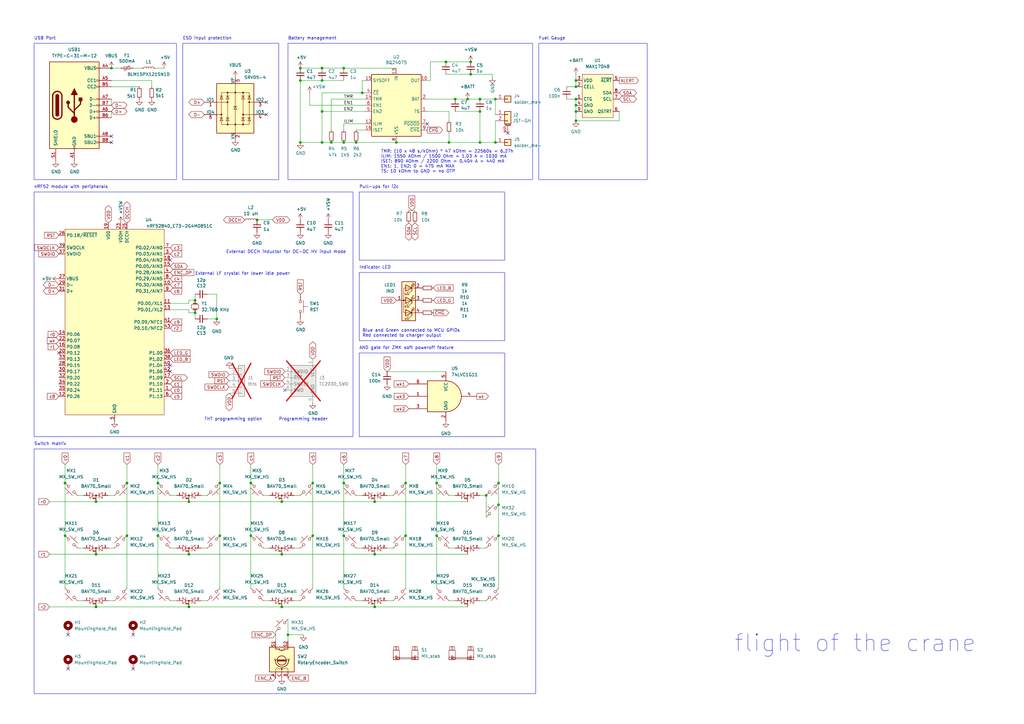
<source format=kicad_sch>
(kicad_sch (version 20230121) (generator eeschema)
  (paper "A3")
  (junction (at 26.67 219.71))
  (junction (at 140.97 219.71))
  (junction (at 236.22 33.02))
  (junction (at 186.69 40.64))
  (junction (at 203.2 40.64))
  (junction (at 236.22 40.64))
  (junction (at 39.37 227.33))
  (junction (at 236.22 45.72))
  (junction (at 115.57 205.74))
  (junction (at 179.07 219.71))
  (junction (at 193.04 25.4))
  (junction (at 196.85 45.72))
  (junction (at 166.37 219.71))
  (junction (at 77.47 227.33))
  (junction (at 26.67 198.12))
  (junction (at 118.11 260.35))
  (junction (at 153.67 248.92))
  (junction (at 80.01 123.19))
  (junction (at 204.47 198.12))
  (junction (at 77.47 248.92))
  (junction (at 203.2 58.42))
  (junction (at 148.59 38.1))
  (junction (at 39.37 205.74))
  (junction (at 132.08 33.02))
  (junction (at 204.47 207.01))
  (junction (at 123.19 33.02))
  (junction (at 140.97 58.42) (diameter 0.9144))
  (junction (at 128.27 219.71))
  (junction (at 52.07 219.71))
  (junction (at 132.08 45.72) (diameter 0.9144))
  (junction (at 153.67 205.74))
  (junction (at 166.37 198.12))
  (junction (at 102.87 219.71))
  (junction (at 123.19 27.94))
  (junction (at 236.22 43.18))
  (junction (at 88.9 130.81))
  (junction (at 39.37 248.92))
  (junction (at 140.97 198.12))
  (junction (at 45.72 27.94))
  (junction (at 102.87 198.12))
  (junction (at 123.19 58.42) (diameter 0.9144))
  (junction (at 140.97 27.94))
  (junction (at 179.07 198.12))
  (junction (at 193.04 30.48) (diameter 0.9144))
  (junction (at 184.15 58.42))
  (junction (at 115.57 227.33))
  (junction (at 77.47 205.74))
  (junction (at 128.27 198.12))
  (junction (at 199.39 203.2))
  (junction (at 191.77 40.64))
  (junction (at 162.56 58.42) (diameter 0.9144))
  (junction (at 153.67 227.33))
  (junction (at 135.89 58.42) (diameter 0.9144))
  (junction (at 196.85 40.64))
  (junction (at 132.08 27.94))
  (junction (at 90.17 198.12))
  (junction (at 80.01 128.27))
  (junction (at 132.08 58.42) (diameter 0.9144))
  (junction (at 236.22 49.53))
  (junction (at 64.77 219.71))
  (junction (at 236.22 35.56))
  (junction (at 146.05 58.42) (diameter 0.9144))
  (junction (at 182.88 25.4) (diameter 0.9144))
  (junction (at 196.85 58.42))
  (junction (at 52.07 198.12))
  (junction (at 115.57 248.92))
  (junction (at 90.17 219.71))
  (junction (at 204.47 219.71))
  (junction (at 64.77 198.12))
  (junction (at 105.41 90.17))
  (no_connect (at 24.13 144.78))
  (no_connect (at 175.26 50.8))
  (no_connect (at 109.22 41.91))
  (no_connect (at 69.85 106.68))
  (no_connect (at 208.28 54.61))
  (no_connect (at 45.72 55.88))
  (no_connect (at 116.84 160.02))
  (no_connect (at 69.85 149.86))
  (no_connect (at 45.72 58.42))
  (no_connect (at 54.61 274.32))
  (no_connect (at 69.85 152.4))
  (no_connect (at 27.94 260.35))
  (no_connect (at 27.94 274.32))
  (no_connect (at 109.22 46.99))
  (no_connect (at 54.61 260.35))
  (wire (pts (xy 20.32 248.92) (xy 39.37 248.92)))
  (wire (pts (xy 115.57 248.92) (xy 153.67 248.92)))
  (wire (pts (xy 72.39 224.79) (xy 69.85 224.79)))
  (wire (pts (xy 127 43.18) (xy 149.86 43.18)))
  (wire (pts (xy 140.97 50.8) (xy 149.86 50.8)))
  (wire (pts (xy 176.53 33.02) (xy 175.26 33.02)))
  (wire (pts (xy 254 49.53) (xy 236.22 49.53)))
  (wire (pts (xy 113.03 259.08) (xy 113.03 262.89)))
  (wire (pts (xy 34.29 246.38) (xy 31.75 246.38)))
  (wire (pts (xy 77.47 124.46) (xy 77.47 123.19)))
  (wire (pts (xy 120.65 203.2) (xy 123.19 203.2)))
  (wire (pts (xy 184.15 49.53) (xy 184.15 45.72)))
  (wire (pts (xy 82.55 203.2) (xy 85.09 203.2)))
  (wire (pts (xy 26.67 190.5) (xy 26.67 198.12)))
  (wire (pts (xy 204.47 190.5) (xy 204.47 198.12)))
  (wire (pts (xy 82.55 224.79) (xy 85.09 224.79)))
  (wire (pts (xy 82.55 246.38) (xy 85.09 246.38)))
  (wire (pts (xy 179.07 219.71) (xy 179.07 241.3)))
  (wire (pts (xy 52.07 190.5) (xy 52.07 198.12)))
  (wire (pts (xy 77.47 248.92) (xy 115.57 248.92)))
  (wire (pts (xy 52.07 198.12) (xy 52.07 219.71)))
  (wire (pts (xy 146.05 53.34) (xy 149.86 53.34)))
  (wire (pts (xy 69.85 124.46) (xy 77.47 124.46)))
  (wire (pts (xy 199.39 203.2) (xy 199.39 212.09)))
  (wire (pts (xy 203.2 49.53) (xy 203.2 58.42)))
  (wire (pts (xy 232.41 35.56) (xy 236.22 35.56)))
  (wire (pts (xy 140.97 58.42) (xy 146.05 58.42)))
  (wire (pts (xy 110.49 246.38) (xy 107.95 246.38)))
  (wire (pts (xy 90.17 190.5) (xy 90.17 198.12)))
  (wire (pts (xy 203.2 40.64) (xy 203.2 46.99)))
  (wire (pts (xy 140.97 219.71) (xy 140.97 241.3)))
  (wire (pts (xy 158.75 224.79) (xy 161.29 224.79)))
  (wire (pts (xy 52.07 219.71) (xy 52.07 241.3)))
  (wire (pts (xy 80.01 128.27) (xy 80.01 130.81)))
  (wire (pts (xy 118.11 260.35) (xy 118.11 262.89)))
  (wire (pts (xy 162.56 58.42) (xy 184.15 58.42)))
  (wire (pts (xy 166.37 219.71) (xy 166.37 241.3)))
  (wire (pts (xy 182.88 25.4) (xy 193.04 25.4)))
  (wire (pts (xy 45.72 27.94) (xy 49.53 27.94)))
  (wire (pts (xy 166.37 190.5) (xy 166.37 198.12)))
  (wire (pts (xy 128.27 198.12) (xy 128.27 219.71)))
  (wire (pts (xy 69.85 127) (xy 77.47 127)))
  (wire (pts (xy 196.85 58.42) (xy 196.85 45.72)))
  (wire (pts (xy 44.45 246.38) (xy 46.99 246.38)))
  (wire (pts (xy 148.59 38.1) (xy 149.86 38.1)))
  (wire (pts (xy 201.93 30.48) (xy 193.04 30.48)))
  (wire (pts (xy 45.72 35.56) (xy 57.15 35.56)))
  (wire (pts (xy 102.87 219.71) (xy 102.87 241.3)))
  (wire (pts (xy 140.97 198.12) (xy 140.97 219.71)))
  (wire (pts (xy 158.75 203.2) (xy 161.29 203.2)))
  (wire (pts (xy 132.08 38.1) (xy 148.59 38.1)))
  (wire (pts (xy 236.22 43.18) (xy 236.22 45.72)))
  (wire (pts (xy 72.39 203.2) (xy 69.85 203.2)))
  (wire (pts (xy 184.15 54.61) (xy 184.15 58.42)))
  (wire (pts (xy 196.85 40.64) (xy 203.2 40.64)))
  (wire (pts (xy 166.37 198.12) (xy 166.37 219.71)))
  (wire (pts (xy 148.59 246.38) (xy 146.05 246.38)))
  (wire (pts (xy 115.57 205.74) (xy 153.67 205.74)))
  (wire (pts (xy 20.32 227.33) (xy 39.37 227.33)))
  (wire (pts (xy 120.65 246.38) (xy 123.19 246.38)))
  (wire (pts (xy 123.19 58.42) (xy 132.08 58.42)))
  (wire (pts (xy 77.47 123.19) (xy 80.01 123.19)))
  (wire (pts (xy 54.61 27.94) (xy 58.42 27.94)))
  (wire (pts (xy 123.19 27.94) (xy 132.08 27.94)))
  (wire (pts (xy 179.07 198.12) (xy 179.07 219.71)))
  (wire (pts (xy 105.41 90.17) (xy 111.76 90.17)))
  (wire (pts (xy 186.69 224.79) (xy 184.15 224.79)))
  (wire (pts (xy 39.37 205.74) (xy 77.47 205.74)))
  (wire (pts (xy 45.72 45.72) (xy 45.72 48.26)))
  (wire (pts (xy 135.89 40.64) (xy 135.89 53.34)))
  (wire (pts (xy 204.47 198.12) (xy 204.47 207.01)))
  (wire (pts (xy 123.19 58.42) (xy 123.19 33.02)))
  (wire (pts (xy 115.57 227.33) (xy 153.67 227.33)))
  (wire (pts (xy 44.45 224.79) (xy 46.99 224.79)))
  (wire (pts (xy 186.69 246.38) (xy 184.15 246.38)))
  (wire (pts (xy 236.22 45.72) (xy 236.22 49.53)))
  (wire (pts (xy 26.67 219.71) (xy 26.67 241.3)))
  (wire (pts (xy 135.89 40.64) (xy 149.86 40.64)))
  (wire (pts (xy 72.39 246.38) (xy 69.85 246.38)))
  (wire (pts (xy 236.22 33.02) (xy 236.22 35.56)))
  (wire (pts (xy 77.47 128.27) (xy 80.01 128.27)))
  (wire (pts (xy 254 45.72) (xy 254 49.53)))
  (wire (pts (xy 90.17 198.12) (xy 90.17 219.71)))
  (wire (pts (xy 123.19 33.02) (xy 132.08 33.02)))
  (wire (pts (xy 77.47 227.33) (xy 115.57 227.33)))
  (wire (pts (xy 201.93 31.75) (xy 201.93 30.48)))
  (wire (pts (xy 39.37 248.92) (xy 77.47 248.92)))
  (wire (pts (xy 158.75 246.38) (xy 161.29 246.38)))
  (wire (pts (xy 149.86 33.02) (xy 148.59 33.02)))
  (wire (pts (xy 64.77 198.12) (xy 64.77 219.71)))
  (wire (pts (xy 184.15 58.42) (xy 196.85 58.42)))
  (wire (pts (xy 186.69 45.72) (xy 196.85 45.72)))
  (wire (pts (xy 196.85 224.79) (xy 199.39 224.79)))
  (wire (pts (xy 167.64 86.36) (xy 170.18 86.36)))
  (wire (pts (xy 128.27 190.5) (xy 128.27 198.12)))
  (wire (pts (xy 63.5 27.94) (xy 67.31 27.94)))
  (wire (pts (xy 85.09 120.65) (xy 88.9 120.65)))
  (wire (pts (xy 80.01 120.65) (xy 80.01 123.19)))
  (wire (pts (xy 158.75 152.4) (xy 182.88 152.4)))
  (wire (pts (xy 64.77 219.71) (xy 64.77 241.3)))
  (wire (pts (xy 153.67 205.74) (xy 191.77 205.74)))
  (wire (pts (xy 175.26 45.72) (xy 184.15 45.72)))
  (wire (pts (xy 140.97 27.94) (xy 162.56 27.94)))
  (wire (pts (xy 110.49 224.79) (xy 107.95 224.79)))
  (wire (pts (xy 62.23 33.02) (xy 62.23 35.56)))
  (wire (pts (xy 45.72 43.18) (xy 45.72 40.64)))
  (wire (pts (xy 132.08 45.72) (xy 132.08 58.42)))
  (wire (pts (xy 176.53 25.4) (xy 176.53 33.02)))
  (wire (pts (xy 175.26 40.64) (xy 186.69 40.64)))
  (wire (pts (xy 153.67 227.33) (xy 191.77 227.33)))
  (wire (pts (xy 146.05 58.42) (xy 162.56 58.42)))
  (wire (pts (xy 148.59 33.02) (xy 148.59 38.1)))
  (wire (pts (xy 232.41 40.64) (xy 236.22 40.64)))
  (wire (pts (xy 118.11 260.35) (xy 124.46 260.35)))
  (wire (pts (xy 148.59 203.2) (xy 146.05 203.2)))
  (wire (pts (xy 127 43.18) (xy 127 38.1)))
  (wire (pts (xy 85.09 130.81) (xy 88.9 130.81)))
  (wire (pts (xy 140.97 50.8) (xy 140.97 53.34)))
  (wire (pts (xy 191.77 40.64) (xy 196.85 40.64)))
  (wire (pts (xy 153.67 248.92) (xy 191.77 248.92)))
  (wire (pts (xy 64.77 190.5) (xy 64.77 198.12)))
  (wire (pts (xy 39.37 227.33) (xy 77.47 227.33)))
  (wire (pts (xy 140.97 190.5) (xy 140.97 198.12)))
  (wire (pts (xy 34.29 203.2) (xy 31.75 203.2)))
  (wire (pts (xy 90.17 219.71) (xy 90.17 241.3)))
  (wire (pts (xy 176.53 25.4) (xy 182.88 25.4)))
  (wire (pts (xy 102.87 190.5) (xy 102.87 198.12)))
  (wire (pts (xy 110.49 203.2) (xy 107.95 203.2)))
  (wire (pts (xy 77.47 127) (xy 77.47 128.27)))
  (wire (pts (xy 179.07 190.5) (xy 179.07 198.12)))
  (wire (pts (xy 45.72 33.02) (xy 62.23 33.02)))
  (wire (pts (xy 182.88 30.48) (xy 193.04 30.48)))
  (wire (pts (xy 236.22 30.48) (xy 236.22 33.02)))
  (wire (pts (xy 77.47 205.74) (xy 115.57 205.74)))
  (wire (pts (xy 196.85 246.38) (xy 199.39 246.38)))
  (wire (pts (xy 26.67 198.12) (xy 26.67 219.71)))
  (wire (pts (xy 204.47 219.71) (xy 204.47 241.3)))
  (wire (pts (xy 128.27 219.71) (xy 128.27 241.3)))
  (wire (pts (xy 102.87 198.12) (xy 102.87 219.71)))
  (wire (pts (xy 186.69 203.2) (xy 184.15 203.2)))
  (wire (pts (xy 236.22 40.64) (xy 236.22 43.18)))
  (wire (pts (xy 186.69 40.64) (xy 191.77 40.64)))
  (wire (pts (xy 44.45 203.2) (xy 46.99 203.2)))
  (wire (pts (xy 132.08 58.42) (xy 135.89 58.42)))
  (wire (pts (xy 132.08 33.02) (xy 140.97 33.02)))
  (wire (pts (xy 34.29 224.79) (xy 31.75 224.79)))
  (wire (pts (xy 148.59 224.79) (xy 146.05 224.79)))
  (wire (pts (xy 20.32 205.74) (xy 39.37 205.74)))
  (wire (pts (xy 120.65 224.79) (xy 123.19 224.79)))
  (wire (pts (xy 118.11 254) (xy 118.11 260.35)))
  (wire (pts (xy 132.08 27.94) (xy 140.97 27.94)))
  (wire (pts (xy 196.85 58.42) (xy 203.2 58.42)))
  (wire (pts (xy 132.08 45.72) (xy 149.86 45.72)))
  (wire (pts (xy 196.85 203.2) (xy 199.39 203.2)))
  (wire (pts (xy 88.9 120.65) (xy 88.9 130.81)))
  (wire (pts (xy 135.89 58.42) (xy 140.97 58.42)))
  (wire (pts (xy 204.47 207.01) (xy 204.47 219.71)))
  (wire (pts (xy 132.08 38.1) (xy 132.08 45.72)))
  (rectangle (start 13.97 184.15) (end 219.71 284.48))
  (rectangle (start 147.32 111.76) (end 207.01 139.7))
  (rectangle (start 13.97 78.74) (end 144.78 179.07))
  (rectangle (start 13.97 17.78) (end 72.39 73.66))
  (rectangle (start 118.11 17.78) (end 218.44 73.66))
  (rectangle (start 74.93 17.78) (end 114.3 73.66))
  (rectangle (start 147.32 78.74) (end 207.01 106.68))
  (rectangle (start 220.98 17.78) (end 265.43 73.66))
  (rectangle (start 147.32 144.78) (end 207.01 179.07))
  (text "nRF52 module with peripherals" (at 13.97 77.47 0) (effects (font (size 1.27 1.27)) (justify left bottom)))
  (text "flight of the crane" (at 300.99 267.97 0) (effects (font (size 7 7)) (justify left bottom)))
  (text "Fuel Gauge" (at 220.98 16.51 0) (effects (font (size 1.27 1.27)) (justify left bottom)))
  (text "Indicator LED" (at 147.32 110.49 0) (effects (font (size 1.27 1.27)) (justify left bottom)))
  (text "AND gate for ZMK soft poweroff feature" (at 147.32 143.51 0) (effects (font (size 1.27 1.27)) (justify left bottom)))
  (text "Programming header" (at 114.3 172.72 0) (effects (font (size 1.27 1.27)) (justify left bottom)))
  (text "External LF crystal for lower idle power" (at 80.01 113.03 0) (effects (font (size 1.27 1.27)) (justify left bottom)))
  (text "USB Port" (at 13.97 16.51 0) (effects (font (size 1.27 1.27)) (justify left bottom)))
  (text "ESD input protection" (at 74.93 16.51 0) (effects (font (size 1.27 1.27)) (justify left bottom)))
  (text "TMR: (10 x 48 s/kOhm) * 47 kOhm = 22560s = 6.27h\nILIM: 1550 AOhm / 1500 Ohm = 1.03 A = 1030 mA\nISET: 890 AOhm / 2200 Ohm = 0.404 A = 440 mA\nEN1: 1, EN2: 0 = 475 mA MAX\nTS: 10 kOhm to GND = no OTP" (at 156.21 71.12 0) (effects (font (size 1.27 1.27)) (justify left bottom)))
  (text "External DCCH inductor for DC-DC HV input mode" (at 92.71 104.14 0) (effects (font (size 1.27 1.27)) (justify left bottom)))
  (text "THT programming option" (at 83.82 172.72 0) (effects (font (size 1.27 1.27)) (justify left bottom)))
  (text "Pull-ups for i2c" (at 147.32 77.47 0) (effects (font (size 1.27 1.27)) (justify left bottom)))
  (text "Battery management" (at 118.11 16.51 0) (effects (font (size 1.27 1.27)) (justify left bottom)))
  (text "Switch matrix" (at 13.97 182.88 0) (effects (font (size 1.27 1.27)) (justify left bottom)))
  (text "Blue and Green connected to MCU GPIOs\nRed connected to charger output" (at 148.59 138.43 0) (effects (font (size 1.27 1.27)) (justify left bottom)))
  (label "TMR" (at 140.97 40.64 0))
  (label "ILIM" (at 140.97 50.8 0))
  (label "EN2" (at 140.97 45.72 0))
  (label "EN1" (at 140.97 43.18 0))
  (global_label "c0" (shape input) (at 26.67 190.5 90) (property "Intersheetrefs" "${INTERSHEET_REFS}" (effects hide)))
  (global_label "r0" (shape input) (at 24.13 137.16 180) (property "Intersheetrefs" "${INTERSHEET_REFS}" (effects hide)))
  (global_label "LED_B" (shape input) (at 177.8 118.11 0) (property "Intersheetrefs" "${INTERSHEET_REFS}" (effects hide)))
  (global_label "SCL" (shape bidirectional) (at 170.18 91.44 270) (property "Intersheetrefs" "${INTERSHEET_REFS}" (effects hide)))
  (global_label "VDD" (shape bidirectional) (at 44.45 91.44 90) (property "Intersheetrefs" "${INTERSHEET_REFS}" (effects hide)))
  (global_label "ENC_A" (shape input) (at 113.03 278.13 180) (property "Intersheetrefs" "${INTERSHEET_REFS}" (effects hide)))
  (global_label "D+" (shape bidirectional) (at 83.82 41.91 180) (property "Intersheetrefs" "${INTERSHEET_REFS}" (effects hide)))
  (global_label "D+" (shape bidirectional) (at 24.13 119.38 180) (property "Intersheetrefs" "${INTERSHEET_REFS}" (effects hide)))
  (global_label "c3" (shape input) (at 69.85 101.6 0) (property "Intersheetrefs" "${INTERSHEET_REFS}" (effects hide)))
  (global_label "RST" (shape input) (at 93.98 156.21 180) (property "Intersheetrefs" "${INTERSHEET_REFS}" (effects hide)))
  (global_label "RST" (shape input) (at 123.19 120.65 90) (property "Intersheetrefs" "${INTERSHEET_REFS}" (effects hide)))
  (global_label "VDD" (shape bidirectional) (at 111.76 90.17 0) (property "Intersheetrefs" "${INTERSHEET_REFS}" (effects hide)))
  (global_label "c2" (shape input) (at 64.77 190.5 90) (property "Intersheetrefs" "${INTERSHEET_REFS}" (effects hide)))
  (global_label "r1" (shape input) (at 20.32 227.33 180) (property "Intersheetrefs" "${INTERSHEET_REFS}" (effects hide)))
  (global_label "c7" (shape input) (at 69.85 116.84 0) (property "Intersheetrefs" "${INTERSHEET_REFS}" (effects hide)))
  (global_label "D+" (shape bidirectional) (at 45.72 45.72 0) (property "Intersheetrefs" "${INTERSHEET_REFS}" (effects hide)))
  (global_label "SCL" (shape bidirectional) (at 254 40.64 0) (property "Intersheetrefs" "${INTERSHEET_REFS}" (effects hide)))
  (global_label "D-" (shape bidirectional) (at 45.72 43.18 0) (property "Intersheetrefs" "${INTERSHEET_REFS}" (effects hide)))
  (global_label "wk" (shape input) (at 24.13 139.7 180) (property "Intersheetrefs" "${INTERSHEET_REFS}" (effects hide)))
  (global_label "wk1" (shape input) (at 167.64 157.48 180) (property "Intersheetrefs" "${INTERSHEET_REFS}" (effects hide)))
  (global_label "VDD" (shape input) (at 162.56 123.19 180) (property "Intersheetrefs" "${INTERSHEET_REFS}" (effects hide)))
  (global_label "c1" (shape input) (at 69.85 157.48 0) (property "Intersheetrefs" "${INTERSHEET_REFS}" (effects hide)))
  (global_label "DCCH" (shape bidirectional) (at 52.07 91.44 90) (property "Intersheetrefs" "${INTERSHEET_REFS}" (effects hide)))
  (global_label "VDD" (shape input) (at 168.91 86.36 90) (property "Intersheetrefs" "${INTERSHEET_REFS}" (effects hide)))
  (global_label "SCL" (shape bidirectional) (at 69.85 154.94 0) (property "Intersheetrefs" "${INTERSHEET_REFS}" (effects hide)))
  (global_label "c3" (shape input) (at 90.17 190.5 90) (property "Intersheetrefs" "${INTERSHEET_REFS}" (effects hide)))
  (global_label "ALERT" (shape output) (at 254 33.02 0) (property "Intersheetrefs" "${INTERSHEET_REFS}" (effects hide)))
  (global_label "SWDCLK" (shape input) (at 24.13 101.6 180) (property "Intersheetrefs" "${INTERSHEET_REFS}" (effects hide)))
  (global_label "wk2" (shape input) (at 167.64 167.64 180) (property "Intersheetrefs" "${INTERSHEET_REFS}" (effects hide)))
  (global_label "wk3" (shape input) (at 167.64 162.56 180) (property "Intersheetrefs" "${INTERSHEET_REFS}" (effects hide)))
  (global_label "LED_G" (shape input) (at 69.85 144.78 0) (property "Intersheetrefs" "${INTERSHEET_REFS}" (effects hide)))
  (global_label "~{CHG}" (shape output) (at 175.26 53.34 0) (property "Intersheetrefs" "${INTERSHEET_REFS}" (effects hide)))
  (global_label "SDA" (shape bidirectional) (at 167.64 91.44 270) (property "Intersheetrefs" "${INTERSHEET_REFS}" (effects hide)))
  (global_label "c8" (shape input) (at 24.13 162.56 180) (property "Intersheetrefs" "${INTERSHEET_REFS}" (effects hide)))
  (global_label "D-" (shape bidirectional) (at 24.13 116.84 180) (property "Intersheetrefs" "${INTERSHEET_REFS}" (effects hide)))
  (global_label "LED_B" (shape input) (at 69.85 147.32 0) (property "Intersheetrefs" "${INTERSHEET_REFS}" (effects hide)))
  (global_label "ENC_DP" (shape input) (at 113.03 260.35 180) (property "Intersheetrefs" "${INTERSHEET_REFS}" (effects hide)))
  (global_label "D-" (shape bidirectional) (at 83.82 46.99 180) (property "Intersheetrefs" "${INTERSHEET_REFS}" (effects hide)))
  (global_label "DCCH" (shape bidirectional) (at 100.33 90.17 180) (property "Intersheetrefs" "${INTERSHEET_REFS}" (effects hide)))
  (global_label "c5" (shape input) (at 69.85 162.56 0) (property "Intersheetrefs" "${INTERSHEET_REFS}" (effects hide)))
  (global_label "RST" (shape input) (at 24.13 96.52 180) (property "Intersheetrefs" "${INTERSHEET_REFS}" (effects hide)))
  (global_label "SWDCLK" (shape input) (at 116.84 157.48 180) (property "Intersheetrefs" "${INTERSHEET_REFS}" (effects hide)))
  (global_label "VDD" (shape input) (at 158.75 152.4 90) (property "Intersheetrefs" "${INTERSHEET_REFS}" (effects hide)))
  (global_label "c4" (shape input) (at 102.87 190.5 90) (property "Intersheetrefs" "${INTERSHEET_REFS}" (effects hide)))
  (global_label "r0" (shape input) (at 20.32 205.74 180) (property "Intersheetrefs" "${INTERSHEET_REFS}" (effects hide)))
  (global_label "c0" (shape input) (at 69.85 160.02 0) (property "Intersheetrefs" "${INTERSHEET_REFS}" (effects hide)))
  (global_label "ENC_DP" (shape input) (at 69.85 111.76 0) (property "Intersheetrefs" "${INTERSHEET_REFS}" (effects hide)))
  (global_label "c6" (shape input) (at 69.85 119.38 0) (property "Intersheetrefs" "${INTERSHEET_REFS}" (effects hide)))
  (global_label "SDA" (shape bidirectional) (at 254 38.1 0) (property "Intersheetrefs" "${INTERSHEET_REFS}" (effects hide)))
  (global_label "r1" (shape input) (at 24.13 142.24 180) (property "Intersheetrefs" "${INTERSHEET_REFS}" (effects hide)))
  (global_label "SDA" (shape bidirectional) (at 69.85 109.22 0) (property "Intersheetrefs" "${INTERSHEET_REFS}" (effects hide)))
  (global_label "c9" (shape input) (at 69.85 132.08 0) (property "Intersheetrefs" "${INTERSHEET_REFS}" (effects hide)))
  (global_label "c7" (shape input) (at 166.37 190.5 90) (property "Intersheetrefs" "${INTERSHEET_REFS}" (effects hide)))
  (global_label "SWDIO" (shape input) (at 116.84 152.4 180) (property "Intersheetrefs" "${INTERSHEET_REFS}" (effects hide)))
  (global_label "RST" (shape input) (at 116.84 154.94 180) (property "Intersheetrefs" "${INTERSHEET_REFS}" (effects hide)))
  (global_label "SWDIO" (shape input) (at 24.13 104.14 180) (property "Intersheetrefs" "${INTERSHEET_REFS}" (effects hide)))
  (global_label "VDD" (shape bidirectional) (at 128.27 147.32 90) (property "Intersheetrefs" "${INTERSHEET_REFS}" (effects hide)))
  (global_label "c8" (shape input) (at 179.07 190.5 90) (property "Intersheetrefs" "${INTERSHEET_REFS}" (effects hide)))
  (global_label "c6" (shape input) (at 140.97 190.5 90) (property "Intersheetrefs" "${INTERSHEET_REFS}" (effects hide)))
  (global_label "wk" (shape output) (at 195.58 162.56 0) (property "Intersheetrefs" "${INTERSHEET_REFS}" (effects hide)))
  (global_label "SWDCLK" (shape input) (at 93.98 158.75 180) (property "Intersheetrefs" "${INTERSHEET_REFS}" (effects hide)))
  (global_label "c4" (shape input) (at 69.85 114.3 0) (property "Intersheetrefs" "${INTERSHEET_REFS}" (effects hide)))
  (global_label "VDD" (shape bidirectional) (at 93.98 161.29 270) (property "Intersheetrefs" "${INTERSHEET_REFS}" (effects hide)))
  (global_label "r2" (shape input) (at 69.85 134.62 0) (property "Intersheetrefs" "${INTERSHEET_REFS}" (effects hide)))
  (global_label "c1" (shape input) (at 52.07 190.5 90) (property "Intersheetrefs" "${INTERSHEET_REFS}" (effects hide)))
  (global_label "~{CHG}" (shape output) (at 177.8 128.27 0) (property "Intersheetrefs" "${INTERSHEET_REFS}" (effects hide)))
  (global_label "ENC_B" (shape input) (at 118.11 278.13 0) (property "Intersheetrefs" "${INTERSHEET_REFS}" (effects hide)))
  (global_label "c2" (shape input) (at 69.85 104.14 0) (property "Intersheetrefs" "${INTERSHEET_REFS}" (effects hide)))
  (global_label "LED_G" (shape input) (at 177.8 123.19 0) (property "Intersheetrefs" "${INTERSHEET_REFS}" (effects hide)))
  (global_label "r2" (shape input) (at 20.32 248.92 180) (property "Intersheetrefs" "${INTERSHEET_REFS}" (effects hide)))
  (global_label "c9" (shape input) (at 204.47 190.5 90) (property "Intersheetrefs" "${INTERSHEET_REFS}" (effects hide)))
  (global_label "SWDIO" (shape input) (at 93.98 153.67 180) (property "Intersheetrefs" "${INTERSHEET_REFS}" (effects hide)))
  (global_label "c5" (shape input) (at 128.27 190.5 90) (property "Intersheetrefs" "${INTERSHEET_REFS}" (effects hide)))
  (symbol (lib_id "power:GND") (at 134.62 95.25 0) (unit 1)
    (property "Reference" "#PWR022" (effects hide))
    (property "Value" "GND" (at 134.62 99.695 0))
  )
  (symbol (lib_id "power:+BATT") (at 191.77 40.64 0) (unit 1)
    (property "Reference" "#PWR011" (effects hide))
    (property "Value" "+BATT" (at 191.77 35.56 0))
  )
  (symbol (lib_id "Device:C_Small") (at 186.69 43.18 0) (unit 1)
    (property "Reference" "C7" (at 189.0268 42.0116 0) (effects (justify left)))
    (property "Value" "4u7" (at 189.0268 44.323 0) (effects (justify left)))
    (property "Footprint" "Capacitor_SMD:C_0402_1005Metric" (effects hide))
    (property "LCSC" "C23733" (effects hide))
    (property "Notes" "X7R, 10%" (effects hide))
  )
  (symbol (lib_id "power:GND") (at 93.98 151.13 180) (unit 1)
    (property "Reference" "#PWR010" (effects hide))
    (property "Value" "GND" (at 93.853 146.7358 0))
  )
  (symbol (lib_id "PCM_marbastlib-mx:MX_SW_HS") (at 201.93 222.25 90) (unit 1)
    (property "Reference" "MX20" (at 205.74 220.98 90) (effects (justify right)))
    (property "Value" "MX_SW_HS" (at 205.74 223.52 90) (effects (justify right)))
    (property "Footprint" "apfellib:MX-HotswapSAFE_no_silk" (effects hide))
  )
  (symbol (lib_id "PCM_marbastlib-mx:MX_SW_HS") (at 87.63 243.84 270) (unit 1)
    (property "Reference" "MX24" (at 91.44 242.57 90) (effects (justify left)))
    (property "Value" "MX_SW_HS" (at 91.44 245.11 90) (effects (justify left)))
    (property "Footprint" "apfellib:MX-HotswapSAFE_no_silk" (effects hide))
  )
  (symbol (lib_id "PCM_marbastlib-various:BAV70_Small") (at 191.77 246.38 0) (unit 1)
    (property "Reference" "D15" (at 191.77 240.03 0))
    (property "Value" "BAV70_Small" (at 191.77 242.57 0))
    (property "Footprint" "BeiBob:apfel_SOT-23_silkless" (effects hide))
    (property "Datasheet" "https://assets.nexperia.com/documents/data-sheet/BAV70_SER.pdf" (effects hide))
  )
  (symbol (lib_id "Device:L_Small") (at 60.96 27.94 90) (unit 1)
    (property "Reference" "L1" (at 60.96 25.4 90))
    (property "Value" "BLM15PX121SN1D" (at 60.96 30.48 90))
    (property "Footprint" "Inductor_SMD:L_0402_1005Metric" (effects hide))
    (property "LCSC" "C88970" (effects hide))
  )
  (symbol (lib_id "power:GND") (at 46.99 172.72 0) (unit 1)
    (property "Reference" "#PWR027" (effects hide))
    (property "Value" "GND" (at 46.99 177.165 0))
  )
  (symbol (lib_id "power:+VSW") (at 49.53 91.44 0) (unit 1)
    (property "Reference" "#PWR019" (effects hide))
    (property "Value" "+VSW" (at 49.53 85.09 90))
  )
  (symbol (lib_id "Device:R_Small") (at 62.23 38.1 0) (unit 1)
    (property "Reference" "R2" (at 63.7286 36.9316 0) (effects (justify left)))
    (property "Value" "5k1" (at 63.7286 39.243 0) (effects (justify left)))
    (property "Footprint" "Resistor_SMD:R_0402_1005Metric" (effects hide))
    (property "LCSC" "C25905" (effects hide))
  )
  (symbol (lib_id "PCM_marbastlib-mx:MX_SW_HS") (at 105.41 222.25 0) (unit 1)
    (property "Reference" "MX15" (at 105.41 214.63 0))
    (property "Value" "MX_SW_HS" (at 105.41 217.17 0))
    (property "Footprint" "apfellib:MX-HotswapSAFE_no_silk" (effects hide))
  )
  (symbol (lib_id "PCM_marbastlib-mx:MX_SW_HS") (at 125.73 222.25 90) (unit 1)
    (property "Reference" "MX16" (at 129.54 220.98 90) (effects (justify right)))
    (property "Value" "MX_SW_HS" (at 129.54 223.52 90) (effects (justify right)))
    (property "Footprint" "apfellib:MX-HotswapSAFE_no_silk" (effects hide))
  )
  (symbol (lib_id "PCM_marbastlib-mx:MX_stab") (at 166.37 267.97 0) (unit 1)
    (property "Reference" "S1" (at 172.72 266.573 0) (effects (justify left)))
    (property "Value" "MX_stab" (at 172.72 269.113 0) (effects (justify left)))
    (property "Footprint" "PCM_marbastlib-mx:STAB_MX_P_3u" (effects hide))
  )
  (symbol (lib_id "power:VBUS") (at 96.52 31.75 0) (unit 1)
    (property "Reference" "#PWR05" (effects hide))
    (property "Value" "VBUS" (at 96.52 26.67 0))
  )
  (symbol (lib_id "Connector_Generic:Conn_01x01") (at 208.28 58.42 0) (unit 1)
    (property "Reference" "J5" (at 210.82 57.15 0) (effects (justify left)))
    (property "Value" "solder_me-" (at 210.82 59.69 0) (effects (justify left)))
    (property "Footprint" "Connector_PinHeader_2.54mm:PinHeader_1x01_P2.54mm_Vertical" (effects hide))
  )
  (symbol (lib_id "PCM_marbastlib-mx:MX_SW_HS") (at 87.63 200.66 270) (unit 1)
    (property "Reference" "MX4" (at 91.44 199.39 90) (effects (justify left)))
    (property "Value" "MX_SW_HS" (at 91.44 201.93 90) (effects (justify left)))
    (property "Footprint" "apfellib:MX-HotswapSAFE_no_silk" (effects hide))
  )
  (symbol (lib_id "PCM_marbastlib-mx:MX_SW_HS") (at 163.83 200.66 270) (unit 1)
    (property "Reference" "MX8" (at 167.64 199.39 90) (effects (justify left)))
    (property "Value" "MX_SW_HS" (at 167.64 201.93 90) (effects (justify left)))
    (property "Footprint" "apfellib:MX-HotswapSAFE_no_silk" (effects hide))
  )
  (symbol (lib_id "PCM_marbastlib-various:BAV70_Small") (at 153.67 246.38 0) (unit 1)
    (property "Reference" "D14" (at 153.67 240.03 0))
    (property "Value" "BAV70_Small" (at 153.67 242.57 0))
    (property "Footprint" "BeiBob:apfel_SOT-23_silkless" (effects hide))
    (property "Datasheet" "https://assets.nexperia.com/documents/data-sheet/BAV70_SER.pdf" (effects hide))
  )
  (symbol (lib_id "PCM_marbastlib-various:BAV70_Small") (at 115.57 224.79 0) (unit 1)
    (property "Reference" "D8" (at 115.57 218.44 0))
    (property "Value" "BAV70_Small" (at 115.57 220.98 0))
    (property "Footprint" "BeiBob:apfel_SOT-23_silkless" (effects hide))
    (property "Datasheet" "https://assets.nexperia.com/documents/data-sheet/BAV70_SER.pdf" (effects hide))
  )
  (symbol (lib_id "power:GND") (at 22.86 66.04 0) (unit 1)
    (property "Reference" "#PWR018" (effects hide))
    (property "Value" "GND" (at 22.987 70.4342 0))
  )
  (symbol (lib_id "power:+5V") (at 123.19 27.94 0) (unit 1)
    (property "Reference" "#PWR03" (effects hide))
    (property "Value" "+5V" (at 123.571 23.5458 0))
  )
  (symbol (lib_id "Device:R_Small") (at 135.89 55.88 0) (unit 1)
    (property "Reference" "R4" (at 134.62 60.96 0) (effects (justify left)))
    (property "Value" "47k" (at 134.62 63.5 0) (effects (justify left)))
    (property "Footprint" "Resistor_SMD:R_0402_1005Metric" (effects hide))
    (property "LCSC" "C25792" (effects hide))
  )
  (symbol (lib_id "power:+VSW") (at 127 38.1 0) (unit 1)
    (property "Reference" "#PWR07" (effects hide))
    (property "Value" "+VSW" (at 130.81 35.56 0))
  )
  (symbol (lib_id "PCM_marbastlib-mx:MX_SW_HS") (at 29.21 222.25 0) (unit 1)
    (property "Reference" "MX11" (at 29.21 214.63 0))
    (property "Value" "MX_SW_HS" (at 29.21 217.17 0))
    (property "Footprint" "apfellib:MX-HotswapSAFE_no_silk" (effects hide))
  )
  (symbol (lib_id "PCM_marbastlib-mx:MX_SW_HS") (at 201.93 200.66 270) (unit 1)
    (property "Reference" "MX10" (at 205.74 199.39 90) (effects (justify left)))
    (property "Value" "MX_SW_HS" (at 205.74 201.93 90) (effects (justify left)))
    (property "Footprint" "apfellib:MX-HotswapSAFE_no_silk" (effects hide))
  )
  (symbol (lib_id "Device:R_Small") (at 167.64 88.9 0) (unit 1)
    (property "Reference" "R7" (at 165.1 87.6299 0) (effects (justify right)))
    (property "Value" "10k" (at 165.1 90.1699 0) (effects (justify right)))
    (property "Footprint" "Resistor_SMD:R_0402_1005Metric" (effects hide))
    (property "LCSC" "C25744" (effects hide))
  )
  (symbol (lib_id "Device:R_Small") (at 57.15 38.1 0) (unit 1)
    (property "Reference" "R1" (at 53.34 36.83 0) (effects (justify left)))
    (property "Value" "5k1" (at 52.07 39.37 0) (effects (justify left)))
    (property "Footprint" "Resistor_SMD:R_0402_1005Metric" (effects hide))
    (property "LCSC" "C25905" (effects hide))
  )
  (symbol (lib_id "power:GND") (at 88.9 130.81 0) (unit 1)
    (property "Reference" "#PWR026" (effects hide))
    (property "Value" "GND" (at 88.9 135.89 0))
  )
  (symbol (lib_id "Battery_Management:BQ24075RGT") (at 162.56 43.18 0) (unit 1)
    (property "Reference" "U2" (at 162.56 23.3426 0))
    (property "Value" "BQ24075" (at 162.56 25.654 0))
    (property "Footprint" "Package_DFN_QFN:VQFN-16-1EP_3x3mm_P0.5mm_EP1.6x1.6mm" (effects hide))
    (property "Datasheet" "http://www.ti.com/lit/ds/symlink/bq24075.pdf" (effects hide))
    (property "LCSC" "C15464" (effects hide))
  )
  (symbol (lib_id "PCM_marbastlib-mx:MX_SW_HS") (at 201.93 243.84 270) (unit 1)
    (property "Reference" "MX30" (at 203.2 240.03 90) (effects (justify right)))
    (property "Value" "MX_SW_HS" (at 203.2 237.49 90) (effects (justify right)))
    (property "Footprint" "apfellib:MX-HotswapSAFE_no_silk" (effects hide))
  )
  (symbol (lib_id "Device:R_Small") (at 184.15 52.07 0) (unit 1)
    (property "Reference" "R3" (at 186.69 50.8 0) (effects (justify left)))
    (property "Value" "10k" (at 186.69 53.34 0) (effects (justify left)))
    (property "Footprint" "Resistor_SMD:R_0402_1005Metric" (effects hide))
    (property "LCSC" "C25744" (effects hide))
  )
  (symbol (lib_id "PCM_marbastlib-mx:MX_SW_HS") (at 105.41 200.66 180) (unit 1)
    (property "Reference" "MX5" (at 105.41 193.04 0))
    (property "Value" "MX_SW_HS" (at 105.41 195.58 0))
    (property "Footprint" "apfellib:MX-HotswapSAFE_no_silk" (effects hide))
  )
  (symbol (lib_id "PCM_marbastlib-mx:MX_SW_HS") (at 29.21 200.66 180) (unit 1)
    (property "Reference" "MX1" (at 29.21 193.04 0))
    (property "Value" "MX_SW_HS" (at 29.21 195.58 0))
    (property "Footprint" "apfellib:MX-HotswapSAFE_no_silk" (effects hide))
  )
  (symbol (lib_id "PCM_marbastlib-mx:MX_SW_HS") (at 49.53 222.25 90) (unit 1)
    (property "Reference" "MX12" (at 53.34 220.98 90) (effects (justify right)))
    (property "Value" "MX_SW_HS" (at 53.34 223.52 90) (effects (justify right)))
    (property "Footprint" "apfellib:MX-HotswapSAFE_no_silk" (effects hide))
  )
  (symbol (lib_id "74xGxx:74LVC1G11") (at 182.88 162.56 0) (unit 1)
    (property "Reference" "U5" (at 185.0741 151.13 0) (effects (justify left)))
    (property "Value" "74LVC1G11" (at 185.0741 153.67 0) (effects (justify left)))
    (property "Footprint" "Package_TO_SOT_SMD:SOT-363_SC-70-6" (effects hide))
    (property "Datasheet" "http://www.ti.com/lit/sg/scyt129e/scyt129e.pdf" (effects hide))
  )
  (symbol (lib_id "power:GND") (at 96.52 57.15 0) (unit 1)
    (property "Reference" "#PWR020" (effects hide))
    (property "Value" "GND" (at 96.647 61.5442 0))
  )
  (symbol (lib_id "PCM_marbastlib-mx:MX_SW_HS") (at 143.51 200.66 180) (unit 1)
    (property "Reference" "MX7" (at 143.51 193.04 0))
    (property "Value" "MX_SW_HS" (at 143.51 195.58 0))
    (property "Footprint" "apfellib:MX-HotswapSAFE_no_silk" (effects hide))
  )
  (symbol (lib_id "PCM_marbastlib-various:BAV70_Small") (at 77.47 224.79 0) (unit 1)
    (property "Reference" "D7" (at 77.47 218.44 0))
    (property "Value" "BAV70_Small" (at 77.47 220.98 0))
    (property "Footprint" "BeiBob:apfel_SOT-23_silkless" (effects hide))
    (property "Datasheet" "https://assets.nexperia.com/documents/data-sheet/BAV70_SER.pdf" (effects hide))
  )
  (symbol (lib_id "PCM_marbastlib-various:BAV70_Small") (at 39.37 246.38 0) (unit 1)
    (property "Reference" "D11" (at 39.37 240.03 0))
    (property "Value" "BAV70_Small" (at 39.37 242.57 0))
    (property "Footprint" "BeiBob:apfel_SOT-23_silkless" (effects hide))
    (property "Datasheet" "https://assets.nexperia.com/documents/data-sheet/BAV70_SER.pdf" (effects hide))
  )
  (symbol (lib_id "PCM_marbastlib-mx:MX_SW_HS") (at 163.83 222.25 90) (unit 1)
    (property "Reference" "MX18" (at 167.64 220.98 90) (effects (justify right)))
    (property "Value" "MX_SW_HS" (at 167.64 223.52 90) (effects (justify right)))
    (property "Footprint" "apfellib:MX-HotswapSAFE_no_silk" (effects hide))
  )
  (symbol (lib_id "Device:R_Small") (at 140.97 55.88 0) (unit 1)
    (property "Reference" "R5" (at 139.7 60.96 0) (effects (justify left)))
    (property "Value" "1k5" (at 139.7 63.5 0) (effects (justify left)))
    (property "Footprint" "Resistor_SMD:R_0402_1005Metric" (effects hide))
    (property "LCSC" "C25867" (effects hide))
  )
  (symbol (lib_id "Device:C_Small") (at 232.41 38.1 0) (unit 1)
    (property "Reference" "C6" (at 229.87 36.8362 0) (effects (justify right)))
    (property "Value" "100n" (at 229.87 39.3762 0) (effects (justify right)))
    (property "Footprint" "Capacitor_SMD:C_0402_1005Metric" (effects hide))
    (property "LCSC" "C307331" (effects hide))
  )
  (symbol (lib_id "power:+VSW") (at 134.62 90.17 0) (unit 1)
    (property "Reference" "#PWR0101" (effects hide))
    (property "Value" "+VSW" (at 134.62 83.82 90))
  )
  (symbol (lib_id "Switch:SW_Push") (at 123.19 125.73 270) (unit 1)
    (property "Reference" "SW1" (at 127 124.46 90) (effects (justify left)))
    (property "Value" "RST" (at 127 127 90) (effects (justify left)))
    (property "Footprint" "PCM_marbastlib-various:SW_T1A2QR" (effects hide))
    (property "LCSC" "C100056" (effects hide))
  )
  (symbol (lib_id "power:GND") (at 123.19 58.42 0) (unit 1)
    (property "Reference" "#PWR014" (effects hide))
    (property "Value" "GND" (at 123.317 62.8142 0))
  )
  (symbol (lib_id "power:GND") (at 158.75 157.48 0) (unit 1)
    (property "Reference" "#PWR029" (effects hide))
    (property "Value" "GND" (at 158.75 162.56 0))
  )
  (symbol (lib_id "Device:C_Small") (at 82.55 130.81 90) (unit 1)
    (property "Reference" "C13" (at 82.55 136.6266 90))
    (property "Value" "12p" (at 82.55 134.3152 90))
    (property "Footprint" "Capacitor_SMD:C_0402_1005Metric" (effects hide))
    (property "Notes" "NP0, 2%" (effects hide))
    (property "LCSC" "C1547" (effects hide))
  )
  (symbol (lib_id "Device:Crystal_Small") (at 80.01 125.73 90) (unit 1)
    (property "Reference" "Y1" (at 82.55 124.46 90) (effects (justify right)))
    (property "Value" "32.768 KHz" (at 82.55 127 90) (effects (justify right)))
    (property "Footprint" "Crystal:Crystal_SMD_2012-2Pin_2.0x1.2mm" (effects hide))
    (property "Datasheet" "https://datasheet.lcsc.com/szlcsc/KDS-Daishinku-KDS-32-768KHz-12-5PF-20ppm_C93231.pdf" (effects hide))
    (property "LCSC" "C55208" (effects hide))
  )
  (symbol (lib_id "marbastlib-various:MAX17048") (at 245.11 39.37 0) (unit 1)
    (property "Reference" "U1" (at 245.11 24.765 0))
    (property "Value" "MAX17048" (at 245.11 27.305 0))
    (property "Footprint" "Package_DFN_QFN:DFN-8-1EP_2x2mm_P0.5mm_EP0.7x1.3mm" (effects hide))
    (property "Datasheet" "https://datasheets.maximintegrated.com/en/ds/MAX17048-MAX17049.pdf" (effects hide))
    (property "LCSC" "C2682616" (effects hide))
  )
  (symbol (lib_id "power:VBUS") (at 45.72 27.94 0) (unit 1)
    (property "Reference" "#PWR01" (effects hide))
    (property "Value" "VBUS" (at 45.72 22.86 0))
  )
  (symbol (lib_id "Connector:USB_C_Receptacle_USB2.0") (at 30.48 43.18 0) (unit 1)
    (property "Reference" "USB1" (at 30.48 20.32 0))
    (property "Value" "TYPE-C-31-M-12" (at 30.48 22.86 0))
    (property "Footprint" "PCM_marbastlib-various:USB_C_Receptacle_HRO_TYPE-C-31-M-12" (effects hide))
    (property "Datasheet" "https://www.usb.org/sites/default/files/documents/usb_type-c.zip" (effects hide))
    (property "LCSC" "C165948" (effects hide))
  )
  (symbol (lib_id "PCM_marbastlib-mx:MX_SW_HS") (at 87.63 222.25 90) (unit 1)
    (property "Reference" "MX14" (at 91.44 220.98 90) (effects (justify right)))
    (property "Value" "MX_SW_HS" (at 91.44 223.52 90) (effects (justify right)))
    (property "Footprint" "apfellib:MX-HotswapSAFE_no_silk" (effects hide))
  )
  (symbol (lib_id "Device:C_Small") (at 140.97 30.48 0) (unit 1)
    (property "Reference" "C3" (at 143.51 29.2163 0) (effects (justify left)))
    (property "Value" "1u" (at 143.51 31.7563 0) (effects (justify left)))
    (property "Footprint" "Capacitor_SMD:C_0402_1005Metric" (effects hide))
    (property "LCSC" "C52923" (effects hide))
    (property "Notes" "X7R, 10%" (effects hide))
  )
  (symbol (lib_id "Device:C_Small") (at 105.41 92.71 0) (unit 1)
    (property "Reference" "C9" (at 107.95 91.4463 0) (effects (justify left)))
    (property "Value" "1u" (at 107.95 93.9863 0) (effects (justify left)))
    (property "Footprint" "Capacitor_SMD:C_0402_1005Metric" (effects hide))
    (property "Notes" "X7R, 10%" (effects hide))
    (property "LCSC" "C52923" (effects hide))
  )
  (symbol (lib_id "Mechanical:MountingHole_Pad") (at 54.61 271.78 0) (unit 1)
    (property "Reference" "H4" (at 57.15 269.24 0) (effects (justify left)))
    (property "Value" "MountingHole_Pad" (at 57.15 271.78 0) (effects (justify left)))
    (property "Footprint" "BeiBob:MountingHole_2.2mm_M2_Pad_Via_nosilk" (effects hide))
  )
  (symbol (lib_id "PCM_marbastlib-various:BAV70_Small") (at 77.47 246.38 0) (unit 1)
    (property "Reference" "D12" (at 77.47 240.03 0))
    (property "Value" "BAV70_Small" (at 77.47 242.57 0))
    (property "Footprint" "BeiBob:apfel_SOT-23_silkless" (effects hide))
    (property "Datasheet" "https://assets.nexperia.com/documents/data-sheet/BAV70_SER.pdf" (effects hide))
  )
  (symbol (lib_id "PCM_marbastlib-various:BAV70_Small") (at 191.77 203.2 0) (unit 1)
    (property "Reference" "D5" (at 191.77 196.85 0))
    (property "Value" "BAV70_Small" (at 191.77 199.39 0))
    (property "Footprint" "BeiBob:apfel_SOT-23_silkless" (effects hide))
    (property "Datasheet" "https://assets.nexperia.com/documents/data-sheet/BAV70_SER.pdf" (effects hide))
  )
  (symbol (lib_id "PCM_marbastlib-mx:MX_SW_HS") (at 67.31 200.66 180) (unit 1)
    (property "Reference" "MX3" (at 67.31 193.04 0))
    (property "Value" "MX_SW_HS" (at 67.31 195.58 0))
    (property "Footprint" "apfellib:MX-HotswapSAFE_no_silk" (effects hide))
  )
  (symbol (lib_id "PCM_marbastlib-various:BAV70_Small") (at 39.37 203.2 0) (unit 1)
    (property "Reference" "D1" (at 39.37 196.85 0))
    (property "Value" "BAV70_Small" (at 39.37 199.39 0))
    (property "Footprint" "BeiBob:apfel_SOT-23_silkless" (effects hide))
    (property "Datasheet" "https://assets.nexperia.com/documents/data-sheet/BAV70_SER.pdf" (effects hide))
  )
  (symbol (lib_id "PCM_marbastlib-mx:MX_SW_HS") (at 181.61 222.25 0) (unit 1)
    (property "Reference" "MX19" (at 181.61 214.63 0))
    (property "Value" "MX_SW_HS" (at 181.61 217.17 0))
    (property "Footprint" "apfellib:MX-HotswapSAFE_no_silk" (effects hide))
  )
  (symbol (lib_id "PCM_marbastlib-mx:MX_SW_HS") (at 143.51 222.25 0) (unit 1)
    (property "Reference" "MX17" (at 143.51 214.63 0))
    (property "Value" "MX_SW_HS" (at 143.51 217.17 0))
    (property "Footprint" "apfellib:MX-HotswapSAFE_no_silk" (effects hide))
  )
  (symbol (lib_id "power:GND") (at 182.88 172.72 0) (unit 1)
    (property "Reference" "#PWR028" (effects hide))
    (property "Value" "GND" (at 182.88 177.8 0))
  )
  (symbol (lib_id "power:+VSW") (at 193.04 25.4 0) (unit 1)
    (property "Reference" "#PWR06" (effects hide))
    (property "Value" "+VSW" (at 193.04 20.32 0))
  )
  (symbol (lib_id "PCM_marbastlib-various:BAV70_Small") (at 115.57 203.2 0) (unit 1)
    (property "Reference" "D3" (at 115.57 196.85 0))
    (property "Value" "BAV70_Small" (at 115.57 199.39 0))
    (property "Footprint" "BeiBob:apfel_SOT-23_silkless" (effects hide))
    (property "Datasheet" "https://assets.nexperia.com/documents/data-sheet/BAV70_SER.pdf" (effects hide))
  )
  (symbol (lib_id "Connector_Generic:Conn_01x01") (at 208.28 40.64 0) (unit 1)
    (property "Reference" "J4" (at 210.82 39.37 0) (effects (justify left)))
    (property "Value" "solder_me+" (at 210.82 41.91 0) (effects (justify left)))
    (property "Footprint" "Connector_Pin:Pin_D0.7mm_L6.5mm_W1.8mm_FlatFork" (effects hide))
  )
  (symbol (lib_id "power:GND") (at 30.48 66.04 0) (unit 1)
    (property "Reference" "#PWR016" (effects hide))
    (property "Value" "GND" (at 30.607 70.4342 0))
  )
  (symbol (lib_id "PCM_marbastlib-various:SRV05-4") (at 96.52 44.45 0) (unit 1)
    (property "Reference" "U3" (at 100.1461 29.21 0) (effects (justify left)))
    (property "Value" "SRV05-4" (at 100.1461 31.75 0) (effects (justify left)))
    (property "Footprint" "PCM_marbastlib-various:SOT-23-6-routable" (effects hide))
    (property "Datasheet" "http://www.onsemi.com/pub/Collateral/SRV05-4-D.PDF" (effects hide))
    (property "LCSC" "C7420376" (effects hide))
  )
  (symbol (lib_id "PCM_marbastlib-various:BAV70_Small") (at 153.67 224.79 0) (unit 1)
    (property "Reference" "D9" (at 153.67 218.44 0))
    (property "Value" "BAV70_Small" (at 153.67 220.98 0))
    (property "Footprint" "BeiBob:apfel_SOT-23_silkless" (effects hide))
    (property "Datasheet" "https://assets.nexperia.com/documents/data-sheet/BAV70_SER.pdf" (effects hide))
  )
  (symbol (lib_id "power:+5V") (at 24.13 114.3 90) (unit 1)
    (property "Reference" "#PWR0103" (effects hide))
    (property "Value" "+5V" (at 19.05 114.3 90))
  )
  (symbol (lib_id "power:GND") (at 115.57 278.13 0) (unit 1)
    (property "Reference" "#PWR02" (effects hide))
    (property "Value" "GND" (at 115.57 282.575 0))
  )
  (symbol (lib_id "power:GND") (at 105.41 95.25 0) (unit 1)
    (property "Reference" "#PWR0105" (effects hide))
    (property "Value" "GND" (at 105.41 99.695 0))
  )
  (symbol (lib_id "Connector_Generic:Conn_01x05") (at 99.06 156.21 0) (unit 1) (in_bom no) (dnp yes)
    (property "Reference" "J1" (at 101.6 154.94 0) (effects (justify left)))
    (property "Value" "thts" (at 101.6 157.48 0) (effects (justify left)))
    (property "Footprint" "Connector_PinHeader_2.54mm:PinHeader_1x05_P2.54mm_Vertical" (effects hide))
  )
  (symbol (lib_id "PCM_marbastlib-various:BAV70_Small") (at 39.37 224.79 0) (unit 1)
    (property "Reference" "D6" (at 39.37 218.44 0))
    (property "Value" "BAV70_Small" (at 39.37 220.98 0))
    (property "Footprint" "BeiBob:apfel_SOT-23_silkless" (effects hide))
    (property "Datasheet" "https://assets.nexperia.com/documents/data-sheet/BAV70_SER.pdf" (effects hide))
  )
  (symbol (lib_id "power:GND") (at 236.22 49.53 0) (unit 1)
    (property "Reference" "#PWR012" (effects hide))
    (property "Value" "GND" (at 236.22 53.975 0))
  )
  (symbol (lib_id "Device:R_Small") (at 146.05 55.88 0) (unit 1)
    (property "Reference" "R6" (at 144.78 60.96 0) (effects (justify left)))
    (property "Value" "2k2" (at 144.78 63.5 0) (effects (justify left)))
    (property "Footprint" "Resistor_SMD:R_0402_1005Metric" (effects hide))
    (property "LCSC" "C25879" (effects hide))
  )
  (symbol (lib_id "PCM_marbastlib-mx:MX_SW_HS") (at 67.31 222.25 0) (unit 1)
    (property "Reference" "MX13" (at 67.31 214.63 0))
    (property "Value" "MX_SW_HS" (at 67.31 217.17 0))
    (property "Footprint" "apfellib:MX-HotswapSAFE_no_silk" (effects hide))
  )
  (symbol (lib_id "power:+BATT") (at 236.22 30.48 0) (unit 1)
    (property "Reference" "#PWR04" (effects hide))
    (property "Value" "+BATT" (at 236.22 24.765 0))
  )
  (symbol (lib_id "power:+5V") (at 67.31 27.94 0) (unit 1)
    (property "Reference" "#PWR021" (effects hide))
    (property "Value" "+5V" (at 67.691 23.5458 0))
  )
  (symbol (lib_id "PCM_marbastlib-mx:MX_SW_HS") (at 163.83 243.84 270) (unit 1)
    (property "Reference" "MX28" (at 167.64 242.57 90) (effects (justify left)))
    (property "Value" "MX_SW_HS" (at 167.64 245.11 90) (effects (justify left)))
    (property "Footprint" "apfellib:MX-HotswapSAFE_no_silk" (effects hide))
  )
  (symbol (lib_id "PCM_marbastlib-mx:MX_SW_HS") (at 125.73 200.66 270) (unit 1)
    (property "Reference" "MX6" (at 129.54 199.39 90) (effects (justify left)))
    (property "Value" "MX_SW_HS" (at 129.54 201.93 90) (effects (justify left)))
    (property "Footprint" "apfellib:MX-HotswapSAFE_no_silk" (effects hide))
  )
  (symbol (lib_id "PCM_marbastlib-various:LED_MHT151RGBCT") (at 167.64 123.19 180) (unit 1)
    (property "Reference" "LED1" (at 160.02 116.84 0))
    (property "Value" "IND" (at 160.02 119.38 0))
    (property "Footprint" "PCM_marbastlib-various:LED_1206R" (effects hide))
    (property "Datasheet" "https://datasheet.lcsc.com/lcsc/2104121904_MEIHUA-MHT151RGBCT_C409782.pdf" (effects hide))
    (property "LCSC" "C2802677" (effects hide))
  )
  (symbol (lib_id "Device:RotaryEncoder_Switch") (at 115.57 270.51 90) (unit 1)
    (property "Reference" "SW2" (at 121.92 269.24 90) (effects (justify right)))
    (property "Value" "RotaryEncoder_Switch" (at 121.92 271.78 90) (effects (justify right)))
    (property "Footprint" "BeiBob:RotaryEncoder_EC11-no-legs" (effects hide))
  )
  (symbol (lib_id "Device:C_Small") (at 158.75 154.94 0) (unit 1)
    (property "Reference" "C14" (at 156.21 153.6763 0) (effects (justify right)))
    (property "Value" "100n" (at 156.21 156.2163 0) (effects (justify right)))
    (property "Footprint" "Capacitor_SMD:C_0402_1005Metric" (effects hide))
    (property "LCSC" "C307331" (effects hide))
  )
  (symbol (lib_id "Device:C_Small") (at 123.19 92.71 0) (unit 1)
    (property "Reference" "C10" (at 125.73 91.4463 0) (effects (justify left)))
    (property "Value" "4u7" (at 125.73 93.9863 0) (effects (justify left)))
    (property "Footprint" "Capacitor_SMD:C_0402_1005Metric" (effects hide))
    (property "Notes" "X7R, 10%" (effects hide))
    (property "LCSC" "C23733" (effects hide))
  )
  (symbol (lib_id "power:GND") (at 128.27 165.1 0) (unit 1)
    (property "Reference" "#PWR0102" (effects hide))
    (property "Value" "GND" (at 128.397 169.4942 0))
  )
  (symbol (lib_id "PCM_marbastlib-mx:MX_SW_HS") (at 125.73 243.84 90) (unit 1)
    (property "Reference" "MX26" (at 129.54 242.57 90) (effects (justify right)))
    (property "Value" "MX_SW_HS" (at 129.54 245.11 90) (effects (justify right)))
    (property "Footprint" "apfellib:MX-HotswapSAFE_no_silk" (effects hide))
  )
  (symbol (lib_id "PCM_marbastlib-various:BAV70_Small") (at 191.77 224.79 0) (unit 1)
    (property "Reference" "D10" (at 191.77 218.44 0))
    (property "Value" "BAV70_Small" (at 191.77 220.98 0))
    (property "Footprint" "BeiBob:apfel_SOT-23_silkless" (effects hide))
    (property "Datasheet" "https://assets.nexperia.com/documents/data-sheet/BAV70_SER.pdf" (effects hide))
  )
  (symbol (lib_id "Device:R_Small") (at 170.18 88.9 0) (unit 1)
    (property "Reference" "R8" (at 172.72 87.6299 0) (effects (justify left)))
    (property "Value" "10k" (at 172.72 90.1699 0) (effects (justify left)))
    (property "Footprint" "Resistor_SMD:R_0402_1005Metric" (effects hide))
    (property "LCSC" "C25744" (effects hide))
  )
  (symbol (lib_id "Device:C_Small") (at 134.62 92.71 0) (unit 1)
    (property "Reference" "C11" (at 137.16 91.4463 0) (effects (justify left)))
    (property "Value" "4u7" (at 137.16 93.9863 0) (effects (justify left)))
    (property "Footprint" "Capacitor_SMD:C_0402_1005Metric" (effects hide))
    (property "Notes" "X7R, 10%" (effects hide))
    (property "LCSC" "C23733" (effects hide))
  )
  (symbol (lib_id "PCM_marbastlib-mx:MX_SW_HS") (at 201.93 209.55 90) (unit 1)
    (property "Reference" "MX32" (at 205.74 208.28 90) (effects (justify right)))
    (property "Value" "MX_SW_HS" (at 205.74 210.82 90) (effects (justify right)))
    (property "Footprint" "apfellib:MX-HotswapSAFE_no_silk" (effects hide))
  )
  (symbol (lib_id "PCM_marbastlib-various:BAV70_Small") (at 77.47 203.2 0) (unit 1)
    (property "Reference" "D2" (at 77.47 196.85 0))
    (property "Value" "BAV70_Small" (at 77.47 199.39 0))
    (property "Footprint" "BeiBob:apfel_SOT-23_silkless" (effects hide))
    (property "Datasheet" "https://assets.nexperia.com/documents/data-sheet/BAV70_SER.pdf" (effects hide))
  )
  (symbol (lib_id "power:GND") (at 62.23 40.64 0) (unit 1)
    (property "Reference" "#PWR023" (effects hide))
    (property "Value" "GND" (at 62.357 45.0342 0))
  )
  (symbol (lib_id "PCM_marbastlib-various:TC2030_SWD") (at 123.19 157.48 0) (unit 1) (in_bom no) (dnp yes)
    (property "Reference" "J3" (at 130.81 154.94 0) (effects (justify left)))
    (property "Value" "TC2030_SWD" (at 130.81 157.48 0) (effects (justify left)))
    (property "Footprint" "paw-connect:Paw-Connect_RevB_TC2030-IDC-NL_2x03_P1.27mm_Vertical" (effects hide))
    (property "Datasheet" " ~" (effects hide))
  )
  (symbol (lib_id "PCM_marbastlib-mx:MX_SW_HS") (at 49.53 200.66 270) (unit 1)
    (property "Reference" "MX2" (at 53.34 199.39 90) (effects (justify left)))
    (property "Value" "MX_SW_HS" (at 53.34 201.93 90) (effects (justify left)))
    (property "Footprint" "apfellib:MX-HotswapSAFE_no_silk" (effects hide))
  )
  (symbol (lib_id "PCM_marbastlib-mx:MX_stab") (at 189.23 267.97 0) (unit 1)
    (property "Reference" "S2" (at 195.58 266.573 0) (effects (justify left)))
    (property "Value" "MX_stab" (at 195.58 269.113 0) (effects (justify left)))
    (property "Footprint" "PCM_marbastlib-mx:STAB_MX_ISO-ROT" (effects hide))
  )
  (symbol (lib_id "Device:Polyfuse_Small") (at 52.07 27.94 270) (unit 1)
    (property "Reference" "F1" (at 52.07 22.733 90))
    (property "Value" "500mA" (at 52.07 25.0444 90))
    (property "Footprint" "Fuse:Fuse_0603_1608Metric" (effects hide))
    (property "LCSC" "C883095" (effects hide))
  )
  (symbol (lib_id "Device:C_Small") (at 132.08 30.48 0) (unit 1)
    (property "Reference" "C2" (at 134.62 29.2163 0) (effects (justify left)))
    (property "Value" "4u7" (at 134.62 31.7563 0) (effects (justify left)))
    (property "Footprint" "Capacitor_SMD:C_0402_1005Metric" (effects hide))
    (property "LCSC" "C23733" (effects hide))
    (property "Notes" "X7R, 10%" (effects hide))
  )
  (symbol (lib_id "PCM_marbastlib-various:nRF52840_E73-2G4M08S1C") (at 46.99 132.08 0) (unit 1)
    (property "Reference" "U4" (at 60.96 90.17 0))
    (property "Value" "nRF52840_E73-2G4M08S1C" (at 73.66 92.71 0))
    (property "Footprint" "PCM_marbastlib-various:nRF52840_E73-2G4M08S1C" (effects hide))
    (property "Datasheet" "https://www.ebyte.com/en/downpdf.aspx?id=445" (effects hide))
    (property "LCSC" "C356849" (effects hide))
  )
  (symbol (lib_id "Device:R_Small") (at 175.26 123.19 90) (unit 1)
    (property "Reference" "R10" (at 190.5 121.92 90))
    (property "Value" "1k" (at 190.5 124.46 90))
    (property "Footprint" "Resistor_SMD:R_0402_1005Metric" (effects hide))
    (property "LCSC" "C11702" (effects hide))
  )
  (symbol (lib_id "Device:L_Small") (at 102.87 90.17 90) (unit 1)
    (property "Reference" "L2" (at 102.87 85.09 90))
    (property "Value" "10 uH" (at 102.87 87.63 90))
    (property "Footprint" "Inductor_SMD:L_0603_1608Metric" (effects hide))
    (property "Notes" "80 mA, 20%" (effects hide))
    (property "LCSC" "C92982" (effects hide))
  )
  (symbol (lib_id "power:GND") (at 201.93 31.75 0) (unit 1)
    (property "Reference" "#PWR08" (effects hide))
    (property "Value" "GND" (at 202.057 36.1442 90))
  )
  (symbol (lib_id "Connector_Generic_MountingPin:Conn_01x02_MountingPin") (at 208.28 46.99 0) (unit 1)
    (property "Reference" "J2" (at 210.312 47.1932 0) (effects (justify left)))
    (property "Value" "JST-GH" (at 210.312 49.5046 0) (effects (justify left)))
    (property "Footprint" "Connector_JST:JST_GH_SM02B-GHS-TB_1x02-1MP_P1.25mm_Horizontal" (effects hide))
    (property "LCSC" "C505023" (effects hide))
  )
  (symbol (lib_id "Device:C_Small") (at 193.04 27.94 0) (unit 1)
    (property "Reference" "C5" (at 195.3768 26.7716 0) (effects (justify left)))
    (property "Value" "1u" (at 195.3768 29.083 0) (effects (justify left)))
    (property "Footprint" "Capacitor_SMD:C_0402_1005Metric" (effects hide))
    (property "LCSC" "C52923" (effects hide))
    (property "Notes" "X7R, 10%" (effects hide))
  )
  (symbol (lib_id "Mechanical:MountingHole_Pad") (at 27.94 271.78 0) (unit 1)
    (property "Reference" "H3" (at 30.48 269.24 0) (effects (justify left)))
    (property "Value" "MountingHole_Pad" (at 30.48 271.78 0) (effects (justify left)))
    (property "Footprint" "BeiBob:MountingHole_2.2mm_M2_Pad_Via_nosilk" (effects hide))
  )
  (symbol (lib_id "PCM_marbastlib-various:BAV70_Small") (at 115.57 246.38 0) (unit 1)
    (property "Reference" "D13" (at 115.57 240.03 0))
    (property "Value" "BAV70_Small" (at 115.57 242.57 0))
    (property "Footprint" "BeiBob:apfel_SOT-23_silkless" (effects hide))
    (property "Datasheet" "https://assets.nexperia.com/documents/data-sheet/BAV70_SER.pdf" (effects hide))
  )
  (symbol (lib_id "Mechanical:MountingHole_Pad") (at 54.61 257.81 0) (unit 1)
    (property "Reference" "H2" (at 57.15 255.27 0) (effects (justify left)))
    (property "Value" "MountingHole_Pad" (at 57.15 257.81 0) (effects (justify left)))
    (property "Footprint" "BeiBob:MountingHole_2.2mm_M2_Pad_Via_nosilk" (effects hide))
  )
  (symbol (lib_id "power:GND") (at 57.15 40.64 0) (unit 1)
    (property "Reference" "#PWR024" (effects hide))
    (property "Value" "GND" (at 57.277 45.0342 0))
  )
  (symbol (lib_id "PCM_marbastlib-mx:MX_SW_HS") (at 143.51 243.84 180) (unit 1)
    (property "Reference" "MX27" (at 143.51 236.22 0))
    (property "Value" "MX_SW_HS" (at 143.51 238.76 0))
    (property "Footprint" "apfellib:MX-HotswapSAFE_no_silk" (effects hide))
  )
  (symbol (lib_id "Mechanical:MountingHole_Pad") (at 27.94 257.81 0) (unit 1)
    (property "Reference" "H1" (at 30.48 255.27 0) (effects (justify left)))
    (property "Value" "MountingHole_Pad" (at 30.48 257.81 0) (effects (justify left)))
    (property "Footprint" "BeiBob:MountingHole_2.2mm_M2_Pad_Via_nosilk" (effects hide))
  )
  (symbol (lib_id "Device:C_Small") (at 196.85 43.18 0) (unit 1)
    (property "Reference" "C8" (at 199.1868 42.0116 0) (effects (justify left)))
    (property "Value" "1u" (at 199.1868 44.323 0) (effects (justify left)))
    (property "Footprint" "Capacitor_SMD:C_0402_1005Metric" (effects hide))
    (property "LCSC" "C52923" (effects hide))
    (property "Notes" "X7R, 10%" (effects hide))
  )
  (symbol (lib_id "power:GND") (at 123.19 95.25 0) (unit 1)
    (property "Reference" "#PWR0106" (effects hide))
    (property "Value" "GND" (at 123.19 99.695 0))
  )
  (symbol (lib_id "PCM_marbastlib-mx:MX_SW_HS") (at 181.61 243.84 180) (unit 1)
    (property "Reference" "MX29" (at 181.61 236.22 0))
    (property "Value" "MX_SW_HS" (at 181.61 238.76 0))
    (property "Footprint" "apfellib:MX-HotswapSAFE_no_silk" (effects hide))
  )
  (symbol (lib_id "PCM_marbastlib-mx:MX_SW_HS") (at 181.61 200.66 180) (unit 1)
    (property "Reference" "MX9" (at 181.61 193.04 0))
    (property "Value" "MX_SW_HS" (at 181.61 195.58 0))
    (property "Footprint" "apfellib:MX-HotswapSAFE_no_silk" (effects hide))
  )
  (symbol (lib_id "PCM_marbastlib-mx:MX_SW_HS") (at 115.57 256.54 90) (unit 1)
    (property "Reference" "MX31" (at 119.38 255.27 90) (effects (justify right)))
    (property "Value" "MX_SW_HS" (at 119.38 257.81 90) (effects (justify right)))
    (property "Footprint" "apfellib:MX-HotswapSAFE_no_silk" (effects hide))
  )
  (symbol (lib_id "PCM_marbastlib-mx:MX_SW_HS") (at 29.21 243.84 180) (unit 1)
    (property "Reference" "MX21" (at 29.21 236.22 0))
    (property "Value" "MX_SW_HS" (at 29.21 238.76 0))
    (property "Footprint" "apfellib:MX-HotswapSAFE_no_silk" (effects hide))
  )
  (symbol (lib_id "power:+5V") (at 123.19 90.17 0) (unit 1)
    (property "Reference" "#PWR017" (effects hide))
    (property "Value" "+5V" (at 123.571 85.7758 0))
  )
  (symbol (lib_id "Device:R_Small") (at 175.26 118.11 90) (unit 1)
    (property "Reference" "R9" (at 190.5 116.84 90))
    (property "Value" "1k" (at 190.5 119.38 90))
    (property "Footprint" "Resistor_SMD:R_0402_1005Metric" (effects hide))
    (property "LCSC" "C11702" (effects hide))
  )
  (symbol (lib_id "PCM_marbastlib-mx:MX_SW_HS") (at 67.31 243.84 180) (unit 1)
    (property "Reference" "MX23" (at 67.31 236.22 0))
    (property "Value" "MX_SW_HS" (at 67.31 238.76 0))
    (property "Footprint" "apfellib:MX-HotswapSAFE_no_silk" (effects hide))
  )
  (symbol (lib_id "Device:R_Small") (at 175.26 128.27 90) (unit 1)
    (property "Reference" "R11" (at 190.5 127 90))
    (property "Value" "1k" (at 190.5 129.54 90))
    (property "Footprint" "Resistor_SMD:R_0402_1005Metric" (effects hide))
    (property "LCSC" "C11702" (effects hide))
  )
  (symbol (lib_id "PCM_marbastlib-various:BAV70_Small") (at 153.67 203.2 0) (unit 1)
    (property "Reference" "D4" (at 153.67 196.85 0))
    (property "Value" "BAV70_Small" (at 153.67 199.39 0))
    (property "Footprint" "BeiBob:apfel_SOT-23_silkless" (effects hide))
    (property "Datasheet" "https://assets.nexperia.com/documents/data-sheet/BAV70_SER.pdf" (effects hide))
  )
  (symbol (lib_id "power:GND") (at 123.19 130.81 0) (unit 1)
    (property "Reference" "#PWR0104" (effects hide))
    (property "Value" "GND" (at 123.317 135.2042 0))
  )
  (symbol (lib_id "power:GND") (at 124.46 260.35 0) (unit 1)
    (property "Reference" "#PWR09" (effects hide))
    (property "Value" "GND" (at 124.46 265.43 0))
  )
  (symbol (lib_id "Device:C_Small") (at 82.55 120.65 90) (unit 1)
    (property "Reference" "C12" (at 82.55 117.1702 90))
    (property "Value" "12p" (at 82.55 114.8588 90))
    (property "Footprint" "Capacitor_SMD:C_0402_1005Metric" (effects hide))
    (property "Notes" "NP0, 2%" (effects hide))
    (property "LCSC" "C1547" (effects hide))
  )
  (symbol (lib_id "PCM_marbastlib-mx:MX_SW_HS") (at 49.53 243.84 270) (unit 1)
    (property "Reference" "MX22" (at 53.34 242.57 90) (effects (justify left)))
    (property "Value" "MX_SW_HS" (at 53.34 245.11 90) (effects (justify left)))
    (property "Footprint" "apfellib:MX-HotswapSAFE_no_silk" (effects hide))
  )
  (symbol (lib_id "PCM_marbastlib-mx:MX_SW_HS") (at 105.41 243.84 0) (unit 1)
    (property "Reference" "MX25" (at 105.41 236.22 0))
    (property "Value" "MX_SW_HS" (at 105.41 238.76 0))
    (property "Footprint" "apfellib:MX-HotswapSAFE_no_silk" (effects hide))
  )
  (symbol (lib_id "Device:C_Small") (at 182.88 27.94 0) (unit 1)
    (property "Reference" "C4" (at 185.2168 26.7716 0) (effects (justify left)))
    (property "Value" "4u7" (at 185.2168 29.083 0) (effects (justify left)))
    (property "Footprint" "Capacitor_SMD:C_0402_1005Metric" (effects hide))
    (property "LCSC" "C23733" (effects hide))
    (property "Notes" "X7R, 10%" (effects hide))
  )
  (symbol (lib_id "Device:C_Small") (at 123.19 30.48 0) (unit 1)
    (property "Reference" "C1" (at 125.73 29.2163 0) (effects (justify left)))
    (property "Value" "4u7" (at 125.73 31.7563 0) (effects (justify left)))
    (property "Footprint" "Capacitor_SMD:C_0402_1005Metric" (effects hide))
    (property "LCSC" "C23733" (effects hide))
    (property "Notes" "X7R, 10%" (effects hide))
  )
)
</source>
